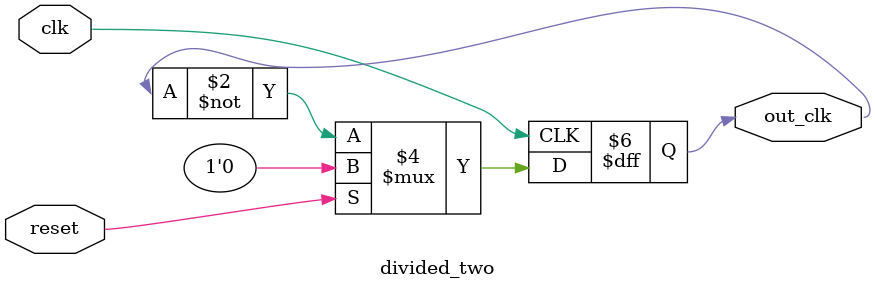
<source format=v>
module divided_two(clk,reset,out_clk);

input clk, reset;
output reg out_clk;

always @(posedge clk) begin
    if (reset) 
        out_clk<=1'b0;
    else 
        out_clk = ~out_clk;
end

endmodule
</source>
